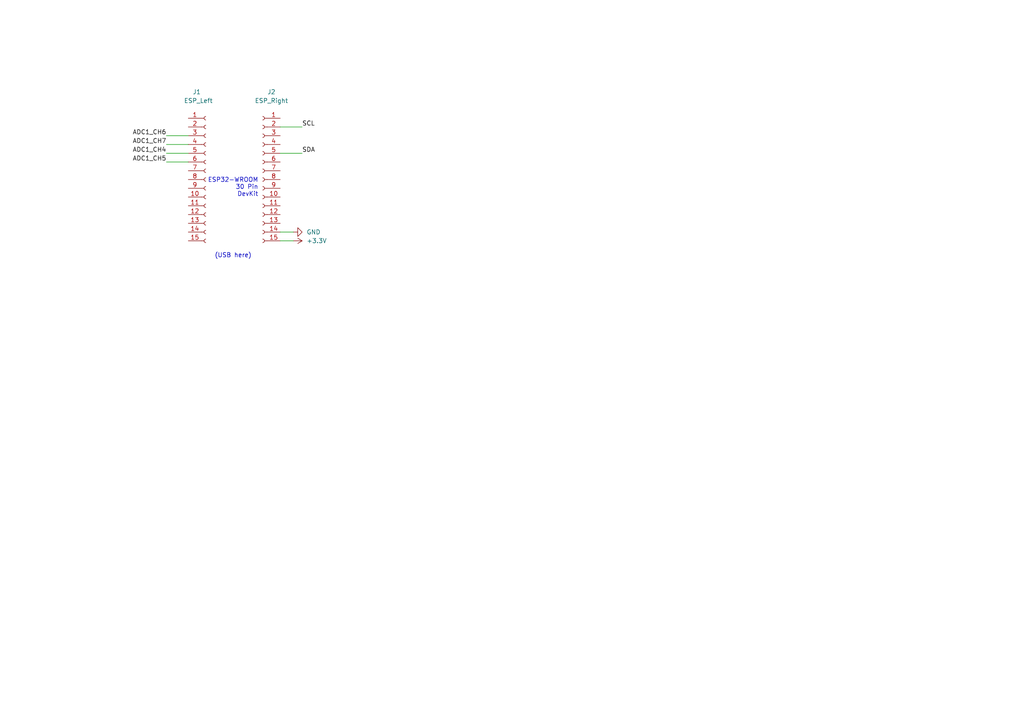
<source format=kicad_sch>
(kicad_sch (version 20211123) (generator eeschema)
  (paper "A4")
  (lib_symbols
    (symbol "Connector:Conn_01x15_Female" (pin_names (offset 1.016) hide)
      (property "Reference" "J" (at 0 20.32 0))
      (property "Value" "Conn_01x15_Female" (at 0 -20.32 0))
      (symbol "Conn_01x15_Female_1_1"
        (arc (start 0 -17.272) (mid -0.508 -17.78) (end 0 -18.288) (stroke (width 0.1524)))
        (arc (start 0 -14.732) (mid -0.508 -15.24) (end 0 -15.748) (stroke (width 0.1524)))
        (arc (start 0 -12.192) (mid -0.508 -12.7) (end 0 -13.208) (stroke (width 0.1524)))
        (arc (start 0 -9.652) (mid -0.508 -10.16) (end 0 -10.668) (stroke (width 0.1524)))
        (arc (start 0 -7.112) (mid -0.508 -7.62) (end 0 -8.128) (stroke (width 0.1524)))
        (arc (start 0 -4.572) (mid -0.508 -5.08) (end 0 -5.588) (stroke (width 0.1524)))
        (arc (start 0 -2.032) (mid -0.508 -2.54) (end 0 -3.048) (stroke (width 0.1524)))
        (polyline (pts (xy -1.27 -17.78) (xy -0.508 -17.78)) (stroke (width 0.1524)))
        (polyline (pts (xy -1.27 -15.24) (xy -0.508 -15.24)) (stroke (width 0.1524)))
        (polyline (pts (xy -1.27 -12.7) (xy -0.508 -12.7)) (stroke (width 0.1524)))
        (polyline (pts (xy -1.27 -10.16) (xy -0.508 -10.16)) (stroke (width 0.1524)))
        (polyline (pts (xy -1.27 -7.62) (xy -0.508 -7.62)) (stroke (width 0.1524)))
        (polyline (pts (xy -1.27 -5.08) (xy -0.508 -5.08)) (stroke (width 0.1524)))
        (polyline (pts (xy -1.27 -2.54) (xy -0.508 -2.54)) (stroke (width 0.1524)))
        (polyline (pts (xy -1.27 0) (xy -0.508 0)) (stroke (width 0.1524)))
        (polyline (pts (xy -1.27 2.54) (xy -0.508 2.54)) (stroke (width 0.1524)))
        (polyline (pts (xy -1.27 5.08) (xy -0.508 5.08)) (stroke (width 0.1524)))
        (polyline (pts (xy -1.27 7.62) (xy -0.508 7.62)) (stroke (width 0.1524)))
        (polyline (pts (xy -1.27 10.16) (xy -0.508 10.16)) (stroke (width 0.1524)))
        (polyline (pts (xy -1.27 12.7) (xy -0.508 12.7)) (stroke (width 0.1524)))
        (polyline (pts (xy -1.27 15.24) (xy -0.508 15.24)) (stroke (width 0.1524)))
        (polyline (pts (xy -1.27 17.78) (xy -0.508 17.78)) (stroke (width 0.1524)))
        (arc (start 0 0.508) (mid -0.508 0) (end 0 -0.508) (stroke (width 0.1524)))
        (arc (start 0 3.048) (mid -0.508 2.54) (end 0 2.032) (stroke (width 0.1524)))
        (arc (start 0 5.588) (mid -0.508 5.08) (end 0 4.572) (stroke (width 0.1524)))
        (arc (start 0 8.128) (mid -0.508 7.62) (end 0 7.112) (stroke (width 0.1524)))
        (arc (start 0 10.668) (mid -0.508 10.16) (end 0 9.652) (stroke (width 0.1524)))
        (arc (start 0 13.208) (mid -0.508 12.7) (end 0 12.192) (stroke (width 0.1524)))
        (arc (start 0 15.748) (mid -0.508 15.24) (end 0 14.732) (stroke (width 0.1524)))
        (arc (start 0 18.288) (mid -0.508 17.78) (end 0 17.272) (stroke (width 0.1524)))
        (pin passive line (at -5.08 17.78 0) (length 3.81) (name "Pin_1") (number "1"))
        (pin passive line (at -5.08 -5.08 0) (length 3.81) (name "Pin_10") (number "10"))
        (pin passive line (at -5.08 -7.62 0) (length 3.81) (name "Pin_11") (number "11"))
        (pin passive line (at -5.08 -10.16 0) (length 3.81) (name "Pin_12") (number "12"))
        (pin passive line (at -5.08 -12.7 0) (length 3.81) (name "Pin_13") (number "13"))
        (pin passive line (at -5.08 -15.24 0) (length 3.81) (name "Pin_14") (number "14"))
        (pin passive line (at -5.08 -17.78 0) (length 3.81) (name "Pin_15") (number "15"))
        (pin passive line (at -5.08 15.24 0) (length 3.81) (name "Pin_2") (number "2"))
        (pin passive line (at -5.08 12.7 0) (length 3.81) (name "Pin_3") (number "3"))
        (pin passive line (at -5.08 10.16 0) (length 3.81) (name "Pin_4") (number "4"))
        (pin passive line (at -5.08 7.62 0) (length 3.81) (name "Pin_5") (number "5"))
        (pin passive line (at -5.08 5.08 0) (length 3.81) (name "Pin_6") (number "6"))
        (pin passive line (at -5.08 2.54 0) (length 3.81) (name "Pin_7") (number "7"))
        (pin passive line (at -5.08 0 0) (length 3.81) (name "Pin_8") (number "8"))
        (pin passive line (at -5.08 -2.54 0) (length 3.81) (name "Pin_9") (number "9"))
      )
    )
    (symbol "power:+3.3V" (power) (pin_names (offset 0))
      (property "Value" "+3.3V" (at 0 3.556 0))
      (symbol "+3.3V_0_1"
        (polyline (pts (xy -0.762 1.27) (xy 0 2.54)))
        (polyline (pts (xy 0 0) (xy 0 2.54)))
        (polyline (pts (xy 0 2.54) (xy 0.762 1.27)))
      )
      (symbol "+3.3V_1_1"
        (pin power_in line (at 0 0 90) (length 0) hide (name "+3.3V") (number "1"))
      )
    )
    (symbol "power:GND" (power) (pin_names (offset 0))
      (property "Value" "GND" (at 0 -3.81 0))
      (symbol "GND_0_1"
        (polyline (pts (xy 0 0) (xy 0 -1.27) (xy 1.27 -1.27) (xy 0 -2.54) (xy -1.27 -1.27) (xy 0 -1.27)))
      )
      (symbol "GND_1_1"
        (pin power_in line (at 0 0 270) (length 0) hide (name "GND") (number "1"))
      )
    )
  )
  (wire (pts (xy 48.26 41.91) (xy 54.61 41.91)))
  (wire (pts (xy 48.26 44.45) (xy 54.61 44.45)))
  (wire (pts (xy 48.26 46.99) (xy 54.61 46.99)))
  (wire (pts (xy 81.28 44.45) (xy 87.63 44.45)))
  (wire (pts (xy 81.28 69.85) (xy 85.09 69.85)))
  (wire (pts (xy 81.28 36.83) (xy 87.63 36.83)))
  (wire (pts (xy 48.26 39.37) (xy 54.61 39.37)))
  (wire (pts (xy 81.28 67.31) (xy 85.09 67.31)))
  (text "(USB here)" (at 62.23 74.93 0) (effects (font (size 1.27 1.27)) (justify left bottom)))
  (text "ESP32-WROOM\n30 Pin\nDevKit" (at 74.93 57.15 180) (effects (font (size 1.27 1.27)) (justify right bottom)))
  (label "ADC1_CH6" (at 48.26 39.37 180))
  (label "ADC1_CH5" (at 48.26 46.99 180))
  (label "ADC1_CH4" (at 48.26 44.45 180))
  (label "SDA" (at 87.63 44.45 0))
  (label "SCL" (at 87.63 36.83 0))
  (label "ADC1_CH7" (at 48.26 41.91 180))
  (symbol (lib_id "power:+3.3V") (at 85.09 69.85 270) (unit 1)
    (property "Reference" "#PWR?" (effects hide))
    (property "Value" "+3.3V" (at 88.9 69.8499 90) (effects (justify left)))
  )
  (symbol (lib_id "Connector:Conn_01x15_Female") (at 76.2 52.07 0) (mirror y) (unit 1)
    (property "Reference" "J2" (at 78.74 26.67 0))
    (property "Value" "ESP_Right" (at 78.74 29.21 0))
  )
  (symbol (lib_id "power:GND") (at 85.09 67.31 90) (unit 1)
    (property "Reference" "#PWR?" (effects hide))
    (property "Value" "GND" (at 88.9 67.3099 90) (effects (justify right)))
  )
  (symbol (lib_id "Connector:Conn_01x15_Female") (at 59.69 52.07 0) (unit 1)
    (property "Reference" "J1" (at 55.88 26.67 0) (effects (justify left)))
    (property "Value" "ESP_Left" (at 53.34 29.21 0) (effects (justify left)))
  )
)
</source>
